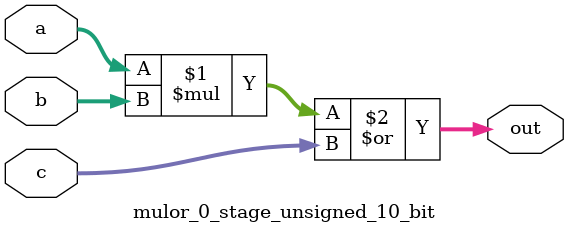
<source format=sv>
(* use_dsp = "yes" *) module mulor_0_stage_unsigned_10_bit(
	input  [9:0] a,
	input  [9:0] b,
	input  [9:0] c,
	output [9:0] out
	);

	assign out = (a * b) | c;
endmodule

</source>
